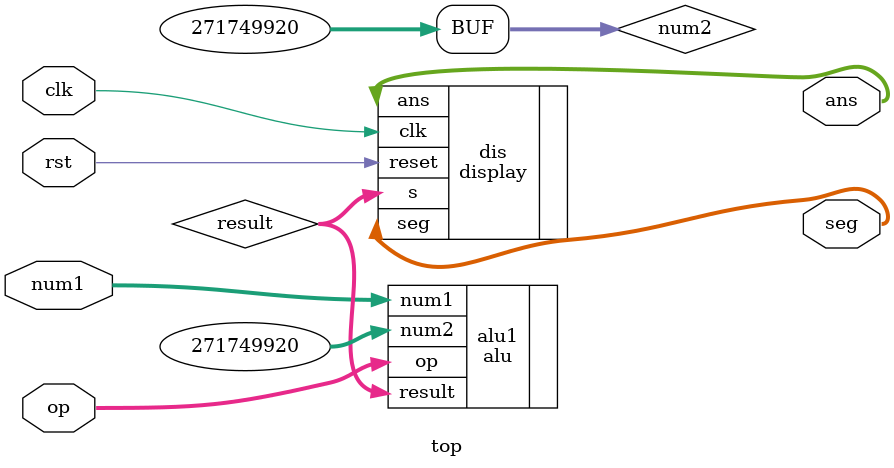
<source format=v>
`timescale 1ns / 1ps


module top(
	input [7:0] num1,
	input [2:0] op,
	input clk, rst,
	output [6:0]seg,
	output [7:0]ans
    );
	reg [31:0]num2 = 32'h10329320;
	wire [31:0]result;
	alu alu1(.op(op),.num1(num1),.num2(num2),.result(result));
	display dis(.clk(clk),.reset(rst),.s(result),.seg(seg),.ans(ans));

endmodule

</source>
